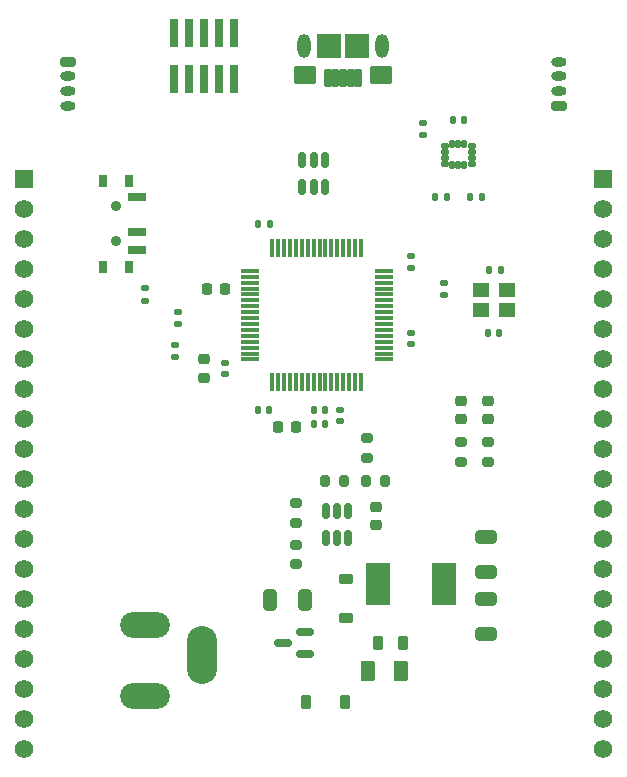
<source format=gts>
%TF.GenerationSoftware,KiCad,Pcbnew,8.0.5*%
%TF.CreationDate,2024-11-09T22:33:20+01:00*%
%TF.ProjectId,STM32 Development Board,53544d33-3220-4446-9576-656c6f706d65,rev?*%
%TF.SameCoordinates,Original*%
%TF.FileFunction,Soldermask,Top*%
%TF.FilePolarity,Negative*%
%FSLAX46Y46*%
G04 Gerber Fmt 4.6, Leading zero omitted, Abs format (unit mm)*
G04 Created by KiCad (PCBNEW 8.0.5) date 2024-11-09 22:33:20*
%MOMM*%
%LPD*%
G01*
G04 APERTURE LIST*
G04 Aperture macros list*
%AMRoundRect*
0 Rectangle with rounded corners*
0 $1 Rounding radius*
0 $2 $3 $4 $5 $6 $7 $8 $9 X,Y pos of 4 corners*
0 Add a 4 corners polygon primitive as box body*
4,1,4,$2,$3,$4,$5,$6,$7,$8,$9,$2,$3,0*
0 Add four circle primitives for the rounded corners*
1,1,$1+$1,$2,$3*
1,1,$1+$1,$4,$5*
1,1,$1+$1,$6,$7*
1,1,$1+$1,$8,$9*
0 Add four rect primitives between the rounded corners*
20,1,$1+$1,$2,$3,$4,$5,0*
20,1,$1+$1,$4,$5,$6,$7,0*
20,1,$1+$1,$6,$7,$8,$9,0*
20,1,$1+$1,$8,$9,$2,$3,0*%
G04 Aperture macros list end*
%ADD10RoundRect,0.102000X0.200000X0.675000X-0.200000X0.675000X-0.200000X-0.675000X0.200000X-0.675000X0*%
%ADD11RoundRect,0.102000X0.800000X0.700000X-0.800000X0.700000X-0.800000X-0.700000X0.800000X-0.700000X0*%
%ADD12RoundRect,0.102000X0.950000X0.950000X-0.950000X0.950000X-0.950000X-0.950000X0.950000X-0.950000X0*%
%ADD13O,1.104000X2.004000*%
%ADD14RoundRect,0.225000X0.250000X-0.225000X0.250000X0.225000X-0.250000X0.225000X-0.250000X-0.225000X0*%
%ADD15RoundRect,0.250000X0.650000X-0.325000X0.650000X0.325000X-0.650000X0.325000X-0.650000X-0.325000X0*%
%ADD16RoundRect,0.140000X-0.170000X0.140000X-0.170000X-0.140000X0.170000X-0.140000X0.170000X0.140000X0*%
%ADD17RoundRect,0.102000X0.237500X0.125000X-0.237500X0.125000X-0.237500X-0.125000X0.237500X-0.125000X0*%
%ADD18RoundRect,0.102000X0.125000X0.237500X-0.125000X0.237500X-0.125000X-0.237500X0.125000X-0.237500X0*%
%ADD19RoundRect,0.135000X-0.135000X-0.185000X0.135000X-0.185000X0.135000X0.185000X-0.135000X0.185000X0*%
%ADD20RoundRect,0.225000X0.225000X0.375000X-0.225000X0.375000X-0.225000X-0.375000X0.225000X-0.375000X0*%
%ADD21RoundRect,0.102000X-0.925000X-1.700000X0.925000X-1.700000X0.925000X1.700000X-0.925000X1.700000X0*%
%ADD22RoundRect,0.200000X-0.275000X0.200000X-0.275000X-0.200000X0.275000X-0.200000X0.275000X0.200000X0*%
%ADD23RoundRect,0.140000X0.140000X0.170000X-0.140000X0.170000X-0.140000X-0.170000X0.140000X-0.170000X0*%
%ADD24RoundRect,0.225000X-0.375000X0.225000X-0.375000X-0.225000X0.375000X-0.225000X0.375000X0.225000X0*%
%ADD25RoundRect,0.135000X0.135000X0.185000X-0.135000X0.185000X-0.135000X-0.185000X0.135000X-0.185000X0*%
%ADD26RoundRect,0.225000X0.225000X0.250000X-0.225000X0.250000X-0.225000X-0.250000X0.225000X-0.250000X0*%
%ADD27RoundRect,0.140000X0.170000X-0.140000X0.170000X0.140000X-0.170000X0.140000X-0.170000X-0.140000X0*%
%ADD28O,1.300000X0.800000*%
%ADD29RoundRect,0.200000X0.450000X-0.200000X0.450000X0.200000X-0.450000X0.200000X-0.450000X-0.200000X0*%
%ADD30RoundRect,0.200000X0.275000X-0.200000X0.275000X0.200000X-0.275000X0.200000X-0.275000X-0.200000X0*%
%ADD31R,1.400000X1.200000*%
%ADD32RoundRect,0.218750X-0.218750X-0.381250X0.218750X-0.381250X0.218750X0.381250X-0.218750X0.381250X0*%
%ADD33O,2.554000X4.904000*%
%ADD34O,4.204000X2.204000*%
%ADD35RoundRect,0.135000X-0.185000X0.135000X-0.185000X-0.135000X0.185000X-0.135000X0.185000X0.135000X0*%
%ADD36RoundRect,0.200000X-0.200000X-0.275000X0.200000X-0.275000X0.200000X0.275000X-0.200000X0.275000X0*%
%ADD37RoundRect,0.150000X-0.150000X0.512500X-0.150000X-0.512500X0.150000X-0.512500X0.150000X0.512500X0*%
%ADD38RoundRect,0.102000X-0.685000X0.685000X-0.685000X-0.685000X0.685000X-0.685000X0.685000X0.685000X0*%
%ADD39C,1.574000*%
%ADD40RoundRect,0.150000X0.587500X0.150000X-0.587500X0.150000X-0.587500X-0.150000X0.587500X-0.150000X0*%
%ADD41RoundRect,0.250000X0.325000X0.650000X-0.325000X0.650000X-0.325000X-0.650000X0.325000X-0.650000X0*%
%ADD42R,0.740000X2.400000*%
%ADD43RoundRect,0.250000X-0.650000X0.325000X-0.650000X-0.325000X0.650000X-0.325000X0.650000X0.325000X0*%
%ADD44RoundRect,0.225000X-0.250000X0.225000X-0.250000X-0.225000X0.250000X-0.225000X0.250000X0.225000X0*%
%ADD45R,0.800000X1.000000*%
%ADD46C,0.900000*%
%ADD47R,1.500000X0.700000*%
%ADD48RoundRect,0.218750X0.256250X-0.218750X0.256250X0.218750X-0.256250X0.218750X-0.256250X-0.218750X0*%
%ADD49RoundRect,0.250000X0.375000X0.625000X-0.375000X0.625000X-0.375000X-0.625000X0.375000X-0.625000X0*%
%ADD50RoundRect,0.135000X0.185000X-0.135000X0.185000X0.135000X-0.185000X0.135000X-0.185000X-0.135000X0*%
%ADD51RoundRect,0.140000X-0.140000X-0.170000X0.140000X-0.170000X0.140000X0.170000X-0.140000X0.170000X0*%
%ADD52RoundRect,0.200000X-0.450000X0.200000X-0.450000X-0.200000X0.450000X-0.200000X0.450000X0.200000X0*%
%ADD53RoundRect,0.075000X0.075000X-0.700000X0.075000X0.700000X-0.075000X0.700000X-0.075000X-0.700000X0*%
%ADD54RoundRect,0.075000X0.700000X-0.075000X0.700000X0.075000X-0.700000X0.075000X-0.700000X-0.075000X0*%
%ADD55RoundRect,0.147500X0.172500X-0.147500X0.172500X0.147500X-0.172500X0.147500X-0.172500X-0.147500X0*%
G04 APERTURE END LIST*
D10*
%TO.C,J2*%
X58800000Y-70675000D03*
X58150000Y-70675000D03*
X57500000Y-70675000D03*
X56850000Y-70675000D03*
X56200000Y-70675000D03*
D11*
X60700000Y-70450000D03*
X54300000Y-70450000D03*
D12*
X56300000Y-68000000D03*
X58700000Y-68000000D03*
D13*
X60800000Y-68000000D03*
X54200000Y-68000000D03*
%TD*%
D14*
%TO.C,C16*%
X60250000Y-108525000D03*
X60250000Y-106975000D03*
%TD*%
D15*
%TO.C,C14*%
X69600000Y-112475000D03*
X69600000Y-109525000D03*
%TD*%
D16*
%TO.C,C7*%
X47500000Y-94770000D03*
X47500000Y-95730000D03*
%TD*%
D17*
%TO.C,U4*%
X68412500Y-77912500D03*
X68412500Y-77412500D03*
X68412500Y-76912500D03*
X68412500Y-76412500D03*
D18*
X67750000Y-76250000D03*
X67250000Y-76250000D03*
X66750000Y-76250000D03*
D17*
X66087500Y-76412500D03*
X66087500Y-76912500D03*
X66087500Y-77412500D03*
X66087500Y-77912500D03*
D18*
X66750000Y-78075000D03*
X67250000Y-78075000D03*
X67750000Y-78075000D03*
%TD*%
D19*
%TO.C,R13*%
X68240000Y-80750000D03*
X69260000Y-80750000D03*
%TD*%
D20*
%TO.C,D2*%
X57650000Y-123500000D03*
X54350000Y-123500000D03*
%TD*%
D21*
%TO.C,L2*%
X60475000Y-113500000D03*
X66025000Y-113500000D03*
%TD*%
D22*
%TO.C,R3*%
X53500000Y-106675000D03*
X53500000Y-108325000D03*
%TD*%
D23*
%TO.C,C18*%
X67730000Y-74250000D03*
X66770000Y-74250000D03*
%TD*%
D24*
%TO.C,D3*%
X57750000Y-113100000D03*
X57750000Y-116400000D03*
%TD*%
D25*
%TO.C,R12*%
X66260000Y-80750000D03*
X65240000Y-80750000D03*
%TD*%
D22*
%TO.C,R8*%
X59500000Y-101175000D03*
X59500000Y-102825000D03*
%TD*%
D26*
%TO.C,C4*%
X47525000Y-88500000D03*
X45975000Y-88500000D03*
%TD*%
D27*
%TO.C,C17*%
X64250000Y-75480000D03*
X64250000Y-74520000D03*
%TD*%
D28*
%TO.C,J5*%
X75750000Y-69275000D03*
X75750000Y-70525000D03*
X75750000Y-71775000D03*
D29*
X75750000Y-73025000D03*
%TD*%
D23*
%TO.C,C10*%
X55960000Y-98750000D03*
X55000000Y-98750000D03*
%TD*%
%TO.C,C13*%
X70830000Y-86900000D03*
X69870000Y-86900000D03*
%TD*%
D22*
%TO.C,R4*%
X53500000Y-110175000D03*
X53500000Y-111825000D03*
%TD*%
D30*
%TO.C,R1*%
X69770000Y-103150000D03*
X69770000Y-101500000D03*
%TD*%
D31*
%TO.C,Y1*%
X69150000Y-90350000D03*
X71350000Y-90350000D03*
X71350000Y-88650000D03*
X69150000Y-88650000D03*
%TD*%
D32*
%TO.C,FB1*%
X60437500Y-118500000D03*
X62562500Y-118500000D03*
%TD*%
D33*
%TO.C,J8*%
X45550000Y-119500000D03*
D34*
X40750000Y-123000000D03*
X40750000Y-117000000D03*
%TD*%
D35*
%TO.C,R2*%
X43500000Y-90490000D03*
X43500000Y-91510000D03*
%TD*%
D36*
%TO.C,R10*%
X59425000Y-104750000D03*
X61075000Y-104750000D03*
%TD*%
D30*
%TO.C,R11*%
X67500000Y-103150000D03*
X67500000Y-101500000D03*
%TD*%
D37*
%TO.C,U3*%
X55950000Y-77612500D03*
X55000000Y-77612500D03*
X54050000Y-77612500D03*
X54050000Y-79887500D03*
X55000000Y-79887500D03*
X55950000Y-79887500D03*
%TD*%
D38*
%TO.C,J7*%
X79500000Y-79240000D03*
D39*
X79500000Y-81780000D03*
X79500000Y-84320000D03*
X79500000Y-86860000D03*
X79500000Y-89400000D03*
X79500000Y-91940000D03*
X79500000Y-94480000D03*
X79500000Y-97020000D03*
X79500000Y-99560000D03*
X79500000Y-102100000D03*
X79500000Y-104640000D03*
X79500000Y-107180000D03*
X79500000Y-109720000D03*
X79500000Y-112260000D03*
X79500000Y-114800000D03*
X79500000Y-117340000D03*
X79500000Y-119880000D03*
X79500000Y-122420000D03*
X79500000Y-124960000D03*
X79500000Y-127500000D03*
%TD*%
D37*
%TO.C,U2*%
X57950000Y-107362500D03*
X57000000Y-107362500D03*
X56050000Y-107362500D03*
X56050000Y-109637500D03*
X57000000Y-109637500D03*
X57950000Y-109637500D03*
%TD*%
D27*
%TO.C,C9*%
X63250000Y-86730000D03*
X63250000Y-85770000D03*
%TD*%
D40*
%TO.C,Q1*%
X54250000Y-119450000D03*
X54250000Y-117550000D03*
X52375000Y-118500000D03*
%TD*%
D41*
%TO.C,C8*%
X54300000Y-114837500D03*
X51350000Y-114837500D03*
%TD*%
D38*
%TO.C,J6*%
X30500000Y-79240000D03*
D39*
X30500000Y-81780000D03*
X30500000Y-84320000D03*
X30500000Y-86860000D03*
X30500000Y-89400000D03*
X30500000Y-91940000D03*
X30500000Y-94480000D03*
X30500000Y-97020000D03*
X30500000Y-99560000D03*
X30500000Y-102100000D03*
X30500000Y-104640000D03*
X30500000Y-107180000D03*
X30500000Y-109720000D03*
X30500000Y-112260000D03*
X30500000Y-114800000D03*
X30500000Y-117340000D03*
X30500000Y-119880000D03*
X30500000Y-122420000D03*
X30500000Y-124960000D03*
X30500000Y-127500000D03*
%TD*%
D23*
%TO.C,C6*%
X51280000Y-83000000D03*
X50320000Y-83000000D03*
%TD*%
D42*
%TO.C,J4*%
X48290000Y-66850000D03*
X48290000Y-70750000D03*
X47020000Y-66850000D03*
X47020000Y-70750000D03*
X45750000Y-66850000D03*
X45750000Y-70750000D03*
X44480000Y-66850000D03*
X44480000Y-70750000D03*
X43210000Y-66850000D03*
X43210000Y-70750000D03*
%TD*%
D23*
%TO.C,C5*%
X51230000Y-98750000D03*
X50270000Y-98750000D03*
%TD*%
D43*
%TO.C,C15*%
X69600000Y-114825000D03*
X69600000Y-117775000D03*
%TD*%
D44*
%TO.C,C1*%
X45750000Y-94495000D03*
X45750000Y-96045000D03*
%TD*%
D45*
%TO.C,SW1*%
X39360000Y-79350000D03*
X37150000Y-79350000D03*
D46*
X38250000Y-81500000D03*
X38250000Y-84500000D03*
D45*
X39360000Y-86650000D03*
X37150000Y-86650000D03*
D47*
X40010000Y-80750000D03*
X40010000Y-83750000D03*
X40010000Y-85250000D03*
%TD*%
D48*
%TO.C,D1*%
X69750000Y-99575000D03*
X69750000Y-98000000D03*
%TD*%
D49*
%TO.C,F1*%
X62400000Y-120887500D03*
X59600000Y-120887500D03*
%TD*%
D48*
%TO.C,D4*%
X67500000Y-99575000D03*
X67500000Y-98000000D03*
%TD*%
D50*
%TO.C,R6*%
X43250000Y-94310000D03*
X43250000Y-93290000D03*
%TD*%
D51*
%TO.C,C11*%
X69770000Y-92250000D03*
X70730000Y-92250000D03*
%TD*%
D36*
%TO.C,R9*%
X55925000Y-104750000D03*
X57575000Y-104750000D03*
%TD*%
D52*
%TO.C,J3*%
X34200000Y-69275000D03*
D28*
X34200000Y-70525000D03*
X34200000Y-71775000D03*
X34200000Y-73025000D03*
%TD*%
D50*
%TO.C,R7*%
X66000000Y-89010000D03*
X66000000Y-87990000D03*
%TD*%
D26*
%TO.C,C2*%
X53525000Y-100250000D03*
X51975000Y-100250000D03*
%TD*%
D35*
%TO.C,R5*%
X40700000Y-88490000D03*
X40700000Y-89510000D03*
%TD*%
D53*
%TO.C,U1*%
X51500000Y-96425000D03*
X52000000Y-96425000D03*
X52500000Y-96425000D03*
X53000000Y-96425000D03*
X53500000Y-96425000D03*
X54000000Y-96425000D03*
X54500000Y-96425000D03*
X55000000Y-96425000D03*
X55500000Y-96425000D03*
X56000000Y-96425000D03*
X56500000Y-96425000D03*
X57000000Y-96425000D03*
X57500000Y-96425000D03*
X58000000Y-96425000D03*
X58500000Y-96425000D03*
X59000000Y-96425000D03*
D54*
X60925000Y-94500000D03*
X60925000Y-94000000D03*
X60925000Y-93500000D03*
X60925000Y-93000000D03*
X60925000Y-92500000D03*
X60925000Y-92000000D03*
X60925000Y-91500000D03*
X60925000Y-91000000D03*
X60925000Y-90500000D03*
X60925000Y-90000000D03*
X60925000Y-89500000D03*
X60925000Y-89000000D03*
X60925000Y-88500000D03*
X60925000Y-88000000D03*
X60925000Y-87500000D03*
X60925000Y-87000000D03*
D53*
X59000000Y-85075000D03*
X58500000Y-85075000D03*
X58000000Y-85075000D03*
X57500000Y-85075000D03*
X57000000Y-85075000D03*
X56500000Y-85075000D03*
X56000000Y-85075000D03*
X55500000Y-85075000D03*
X55000000Y-85075000D03*
X54500000Y-85075000D03*
X54000000Y-85075000D03*
X53500000Y-85075000D03*
X53000000Y-85075000D03*
X52500000Y-85075000D03*
X52000000Y-85075000D03*
X51500000Y-85075000D03*
D54*
X49575000Y-87000000D03*
X49575000Y-87500000D03*
X49575000Y-88000000D03*
X49575000Y-88500000D03*
X49575000Y-89000000D03*
X49575000Y-89500000D03*
X49575000Y-90000000D03*
X49575000Y-90500000D03*
X49575000Y-91000000D03*
X49575000Y-91500000D03*
X49575000Y-92000000D03*
X49575000Y-92500000D03*
X49575000Y-93000000D03*
X49575000Y-93500000D03*
X49575000Y-94000000D03*
X49575000Y-94500000D03*
%TD*%
D55*
%TO.C,L1*%
X57250000Y-99735000D03*
X57250000Y-98765000D03*
%TD*%
D27*
%TO.C,C3*%
X63250000Y-93230000D03*
X63250000Y-92270000D03*
%TD*%
D23*
%TO.C,C12*%
X55980000Y-100000000D03*
X55020000Y-100000000D03*
%TD*%
M02*

</source>
